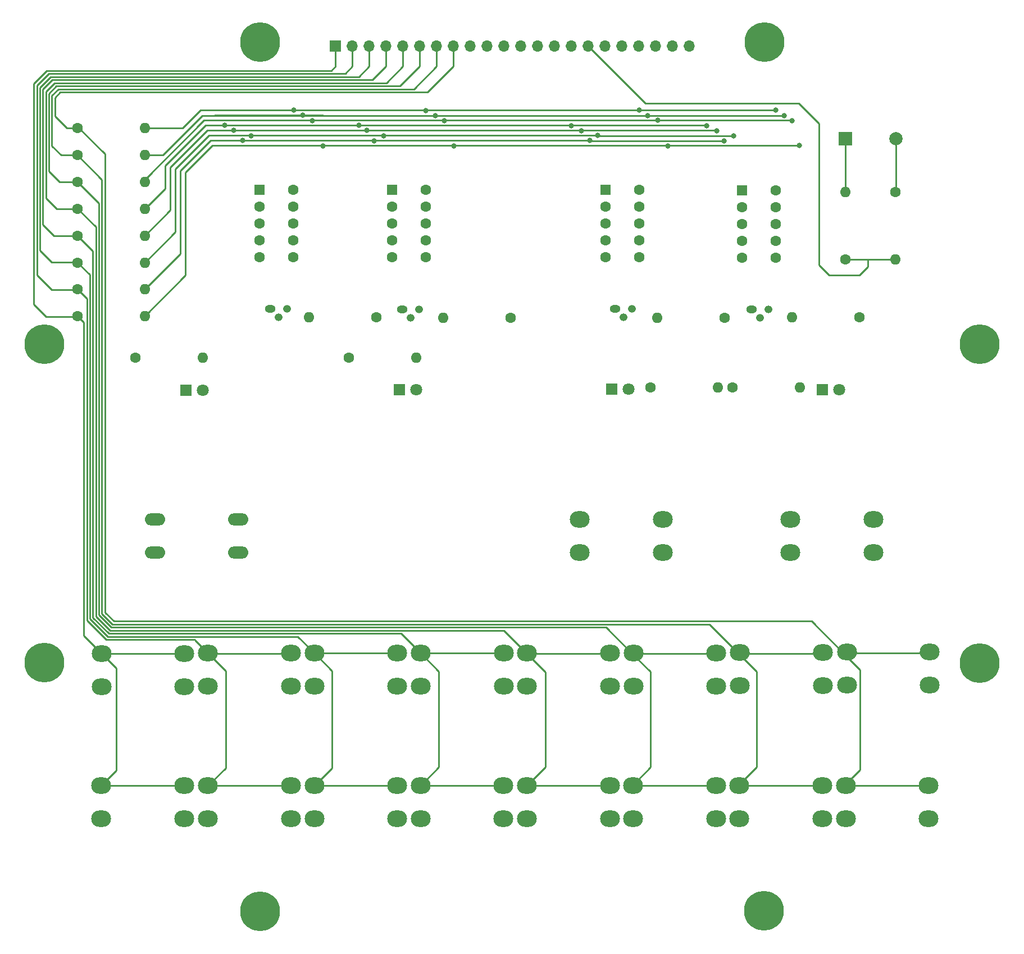
<source format=gtl>
%TF.GenerationSoftware,KiCad,Pcbnew,7.0.6*%
%TF.CreationDate,2024-01-22T18:50:26-05:00*%
%TF.ProjectId,CHESSmate PCB,43484553-536d-4617-9465-205043422e6b,rev?*%
%TF.SameCoordinates,Original*%
%TF.FileFunction,Copper,L1,Top*%
%TF.FilePolarity,Positive*%
%FSLAX46Y46*%
G04 Gerber Fmt 4.6, Leading zero omitted, Abs format (unit mm)*
G04 Created by KiCad (PCBNEW 7.0.6) date 2024-01-22 18:50:26*
%MOMM*%
%LPD*%
G01*
G04 APERTURE LIST*
%TA.AperFunction,ComponentPad*%
%ADD10O,1.600000X1.200000*%
%TD*%
%TA.AperFunction,ComponentPad*%
%ADD11O,1.200000X1.200000*%
%TD*%
%TA.AperFunction,ComponentPad*%
%ADD12R,1.700000X1.700000*%
%TD*%
%TA.AperFunction,ComponentPad*%
%ADD13O,1.700000X1.700000*%
%TD*%
%TA.AperFunction,ComponentPad*%
%ADD14R,2.000000X2.000000*%
%TD*%
%TA.AperFunction,ComponentPad*%
%ADD15C,2.000000*%
%TD*%
%TA.AperFunction,ComponentPad*%
%ADD16O,3.048000X1.850000*%
%TD*%
%TA.AperFunction,ComponentPad*%
%ADD17C,1.600000*%
%TD*%
%TA.AperFunction,ComponentPad*%
%ADD18O,1.600000X1.600000*%
%TD*%
%TA.AperFunction,ComponentPad*%
%ADD19R,1.600000X1.600000*%
%TD*%
%TA.AperFunction,ComponentPad*%
%ADD20O,3.000000X2.500000*%
%TD*%
%TA.AperFunction,ComponentPad*%
%ADD21R,1.800000X1.800000*%
%TD*%
%TA.AperFunction,ComponentPad*%
%ADD22C,1.800000*%
%TD*%
%TA.AperFunction,ViaPad*%
%ADD23C,6.000000*%
%TD*%
%TA.AperFunction,ViaPad*%
%ADD24C,0.800000*%
%TD*%
%TA.AperFunction,Conductor*%
%ADD25C,0.250000*%
%TD*%
G04 APERTURE END LIST*
D10*
%TO.P,2N2222A,1,E*%
%TO.N,GNDREF*%
X99730000Y-69360000D03*
D11*
%TO.P,2N2222A,2,B*%
%TO.N,Net-(Q2-B)*%
X101000000Y-70630000D03*
%TO.P,2N2222A,3,C*%
%TO.N,Net-(Q2-C)*%
X102270000Y-69360000D03*
%TD*%
D10*
%TO.P,2N2222A,1,E*%
%TO.N,GNDREF*%
X152404724Y-69364724D03*
D11*
%TO.P,2N2222A,2,B*%
%TO.N,Net-(Q4-B)*%
X153674724Y-70634724D03*
%TO.P,2N2222A,3,C*%
%TO.N,Net-(Q4-C)*%
X154944724Y-69364724D03*
%TD*%
D10*
%TO.P,2N2222A,1,E*%
%TO.N,GNDREF*%
X131820000Y-69340000D03*
D11*
%TO.P,2N2222A,2,B*%
%TO.N,Net-(Q3-B)*%
X133090000Y-70610000D03*
%TO.P,2N2222A,3,C*%
%TO.N,Net-(Q3-C)*%
X134360000Y-69340000D03*
%TD*%
D10*
%TO.P,2N2222A,1,E*%
%TO.N,GNDREF*%
X79804724Y-69284724D03*
D11*
%TO.P,2N2222A,2,B*%
%TO.N,Net-(Q1-B)*%
X81074724Y-70554724D03*
%TO.P,2N2222A,3,C*%
%TO.N,Net-(Q1-C)*%
X82344724Y-69284724D03*
%TD*%
D12*
%TO.P,J1,1,Pin_1*%
%TO.N,Net-(J1-Pin_1)*%
X89662000Y-29718000D03*
D13*
%TO.P,J1,2,Pin_2*%
%TO.N,Net-(J1-Pin_2)*%
X92202000Y-29718000D03*
%TO.P,J1,3,Pin_3*%
%TO.N,Net-(J1-Pin_3)*%
X94742000Y-29718000D03*
%TO.P,J1,4,Pin_4*%
%TO.N,Net-(J1-Pin_4)*%
X97282000Y-29718000D03*
%TO.P,J1,5,Pin_5*%
%TO.N,Net-(J1-Pin_5)*%
X99822000Y-29718000D03*
%TO.P,J1,6,Pin_6*%
%TO.N,Net-(J1-Pin_6)*%
X102362000Y-29718000D03*
%TO.P,J1,7,Pin_7*%
%TO.N,Net-(J1-Pin_7)*%
X104902000Y-29718000D03*
%TO.P,J1,8,Pin_8*%
%TO.N,Net-(J1-Pin_8)*%
X107442000Y-29718000D03*
%TO.P,J1,9,Pin_9*%
%TO.N,Net-(J1-Pin_9)*%
X109982000Y-29718000D03*
%TO.P,J1,10,Pin_10*%
%TO.N,Net-(J1-Pin_10)*%
X112522000Y-29718000D03*
%TO.P,J1,11,Pin_11*%
%TO.N,Net-(J1-Pin_11)*%
X115062000Y-29718000D03*
%TO.P,J1,12,Pin_12*%
%TO.N,GNDREF*%
X117602000Y-29718000D03*
%TO.P,J1,13,Pin_13*%
%TO.N,Net-(J1-Pin_13)*%
X120142000Y-29718000D03*
%TO.P,J1,14,Pin_14*%
%TO.N,Net-(J1-Pin_14)*%
X122682000Y-29718000D03*
%TO.P,J1,15,Pin_15*%
%TO.N,Net-(D3-K)*%
X125222000Y-29718000D03*
%TO.P,J1,16,Pin_16*%
%TO.N,Net-(J1-Pin_16)*%
X127762000Y-29718000D03*
%TO.P,J1,17,Pin_17*%
%TO.N,Net-(J1-Pin_17)*%
X130302000Y-29718000D03*
%TO.P,J1,18,Pin_18*%
%TO.N,Net-(J1-Pin_18)*%
X132842000Y-29718000D03*
%TO.P,J1,19,Pin_19*%
%TO.N,Net-(J1-Pin_19)*%
X135382000Y-29718000D03*
%TO.P,J1,20,Pin_20*%
%TO.N,Net-(J1-Pin_20)*%
X137922000Y-29718000D03*
%TO.P,J1,21,Pin_21*%
%TO.N,Net-(BZ1--)*%
X140462000Y-29718000D03*
%TO.P,J1,22,Pin_22*%
%TO.N,Net-(BZ1-+)*%
X143002000Y-29718000D03*
%TD*%
D14*
%TO.P,BZ1,1,-*%
%TO.N,Net-(BZ1--)*%
X166510000Y-43670000D03*
D15*
%TO.P,BZ1,2,+*%
%TO.N,Net-(BZ1-+)*%
X174110000Y-43670000D03*
%TD*%
D16*
%TO.P,SW17,1*%
%TO.N,Net-(J1-Pin_11)*%
X62470000Y-101070000D03*
X74970000Y-101070000D03*
%TO.P,SW17,2*%
%TO.N,GNDREF*%
X62470000Y-106070000D03*
X74970000Y-106070000D03*
%TD*%
D17*
%TO.P,75R,1*%
%TO.N,Net-(J1-Pin_13)*%
X59480000Y-76690000D03*
D18*
%TO.P,75R,2*%
%TO.N,Net-(D1-A)*%
X69640000Y-76690000D03*
%TD*%
D17*
%TO.P,10K,1*%
%TO.N,Net-(J1-Pin_17)*%
X95850000Y-70560000D03*
D18*
%TO.P,10K,2*%
%TO.N,Net-(Q1-B)*%
X85690000Y-70560000D03*
%TD*%
D19*
%TO.P,3161AS,1,CA*%
%TO.N,Net-(Q2-C)*%
X98210000Y-51350000D03*
D17*
%TO.P,3161AS,2,F*%
%TO.N,Net-(U1-F)*%
X98210000Y-53890000D03*
%TO.P,3161AS,3,G*%
%TO.N,Net-(U1-G)*%
X98210000Y-56430000D03*
%TO.P,3161AS,4,E*%
%TO.N,Net-(U1-E)*%
X98210000Y-58970000D03*
%TO.P,3161AS,5,D*%
%TO.N,Net-(U1-D)*%
X98210000Y-61510000D03*
%TO.P,3161AS,6,CA*%
%TO.N,Net-(Q2-C)*%
X103290000Y-61510000D03*
%TO.P,3161AS,7,DP*%
%TO.N,Net-(U1-DP)*%
X103290000Y-58970000D03*
%TO.P,3161AS,8,C*%
%TO.N,Net-(U1-C)*%
X103290000Y-56430000D03*
%TO.P,3161AS,9,B*%
%TO.N,Net-(U1-B)*%
X103290000Y-53890000D03*
%TO.P,3161AS,10,A*%
%TO.N,Net-(U1-A)*%
X103290000Y-51350000D03*
%TD*%
D18*
%TO.P,75R,2*%
%TO.N,Net-(J1-Pin_16)*%
X159640000Y-81170000D03*
D17*
%TO.P,75R,1*%
%TO.N,Net-(D3-A)*%
X149480000Y-81170000D03*
%TD*%
%TO.P,470R,1*%
%TO.N,Net-(J1-Pin_2)*%
X50780000Y-66370000D03*
D18*
%TO.P,470R,2*%
%TO.N,Net-(U1-G)*%
X60940000Y-66370000D03*
%TD*%
D20*
%TO.P,SW8,1*%
%TO.N,Net-(J1-Pin_8)*%
X166740000Y-121060000D03*
X179240000Y-121060000D03*
%TO.P,SW8,2*%
%TO.N,GNDREF*%
X166740000Y-126060000D03*
X179240000Y-126060000D03*
%TD*%
D17*
%TO.P,1K,1*%
%TO.N,Net-(BZ1-+)*%
X174060000Y-51720000D03*
D18*
%TO.P,1K,2*%
%TO.N,Net-(J1-Pin_16)*%
X174060000Y-61880000D03*
%TD*%
D21*
%TO.P,D3,1,K*%
%TO.N,Net-(D3-K)*%
X131260000Y-81440000D03*
D22*
%TO.P,D3,2,A*%
%TO.N,Net-(D3-A)*%
X133800000Y-81440000D03*
%TD*%
D17*
%TO.P,470R,1*%
%TO.N,Net-(J1-Pin_8)*%
X50780000Y-42070000D03*
D18*
%TO.P,470R,2*%
%TO.N,Net-(U1-A)*%
X60940000Y-42070000D03*
%TD*%
D17*
%TO.P,470R,1*%
%TO.N,Net-(J1-Pin_3)*%
X50780000Y-62320000D03*
D18*
%TO.P,470R,2*%
%TO.N,Net-(U1-F)*%
X60940000Y-62320000D03*
%TD*%
D17*
%TO.P,470R,1*%
%TO.N,Net-(J1-Pin_1)*%
X50780000Y-70420000D03*
D18*
%TO.P,470R,2*%
%TO.N,Net-(U1-DP)*%
X60940000Y-70420000D03*
%TD*%
D17*
%TO.P,470R,1*%
%TO.N,Net-(J1-Pin_4)*%
X50780000Y-58270000D03*
D18*
%TO.P,470R,2*%
%TO.N,Net-(U1-E)*%
X60940000Y-58270000D03*
%TD*%
D20*
%TO.P,SW3,1*%
%TO.N,Net-(J1-Pin_3)*%
X86480000Y-121240000D03*
X98980000Y-121240000D03*
%TO.P,SW3,2*%
%TO.N,GNDREF*%
X86480000Y-126240000D03*
X98980000Y-126240000D03*
%TD*%
D18*
%TO.P,75R,2*%
%TO.N,Net-(D3-A)*%
X147270000Y-81180000D03*
D17*
%TO.P,75R,1*%
%TO.N,GNDREF*%
X137110000Y-81180000D03*
%TD*%
%TO.P,75R,1*%
%TO.N,Net-(J1-Pin_14)*%
X91630000Y-76670000D03*
D18*
%TO.P,75R,2*%
%TO.N,Net-(D2-A)*%
X101790000Y-76670000D03*
%TD*%
D20*
%TO.P,SW2,1*%
%TO.N,Net-(J1-Pin_2)*%
X70440000Y-121240000D03*
X82940000Y-121240000D03*
%TO.P,SW2,2*%
%TO.N,GNDREF*%
X70440000Y-126240000D03*
X82940000Y-126240000D03*
%TD*%
D21*
%TO.P,D2,1,K*%
%TO.N,GNDREF*%
X99290000Y-81500000D03*
D22*
%TO.P,D2,2,A*%
%TO.N,Net-(D2-A)*%
X101830000Y-81500000D03*
%TD*%
D17*
%TO.P,10K,1*%
%TO.N,Net-(J1-Pin_19)*%
X148310000Y-70630000D03*
D18*
%TO.P,10K,2*%
%TO.N,Net-(Q3-B)*%
X138150000Y-70630000D03*
%TD*%
D20*
%TO.P,SW18,1*%
%TO.N,Net-(J1-Pin_10)*%
X126470000Y-101080000D03*
X138970000Y-101080000D03*
%TO.P,SW18,2*%
%TO.N,GNDREF*%
X126470000Y-106080000D03*
X138970000Y-106080000D03*
%TD*%
%TO.P,SW19,1*%
%TO.N,Net-(J1-Pin_9)*%
X158220000Y-101060000D03*
X170720000Y-101060000D03*
%TO.P,SW19,2*%
%TO.N,GNDREF*%
X158220000Y-106060000D03*
X170720000Y-106060000D03*
%TD*%
D21*
%TO.P,D1,1,K*%
%TO.N,GNDREF*%
X67100000Y-81540000D03*
D22*
%TO.P,D1,2,A*%
%TO.N,Net-(D1-A)*%
X69640000Y-81540000D03*
%TD*%
D17*
%TO.P,10K,1*%
%TO.N,Net-(J1-Pin_18)*%
X116060000Y-70640000D03*
D18*
%TO.P,10K,2*%
%TO.N,Net-(Q2-B)*%
X105900000Y-70640000D03*
%TD*%
D17*
%TO.P,470R,1*%
%TO.N,Net-(J1-Pin_5)*%
X50780000Y-54220000D03*
D18*
%TO.P,470R,2*%
%TO.N,Net-(U1-D)*%
X60940000Y-54220000D03*
%TD*%
D20*
%TO.P,SW6,1*%
%TO.N,Net-(J1-Pin_6)*%
X134550000Y-121200000D03*
X147050000Y-121200000D03*
%TO.P,SW6,2*%
%TO.N,GNDREF*%
X134550000Y-126200000D03*
X147050000Y-126200000D03*
%TD*%
D19*
%TO.P,3161AS,1,CA*%
%TO.N,Net-(Q4-C)*%
X150952500Y-51402500D03*
D17*
%TO.P,3161AS,2,F*%
%TO.N,Net-(U1-F)*%
X150952500Y-53942500D03*
%TO.P,3161AS,3,G*%
%TO.N,Net-(U1-G)*%
X150952500Y-56482500D03*
%TO.P,3161AS,4,E*%
%TO.N,Net-(U1-E)*%
X150952500Y-59022500D03*
%TO.P,3161AS,5,D*%
%TO.N,Net-(U1-D)*%
X150952500Y-61562500D03*
%TO.P,3161AS,6,CA*%
%TO.N,Net-(Q4-C)*%
X156032500Y-61562500D03*
%TO.P,3161AS,7,DP*%
%TO.N,Net-(U1-DP)*%
X156032500Y-59022500D03*
%TO.P,3161AS,8,C*%
%TO.N,Net-(U1-C)*%
X156032500Y-56482500D03*
%TO.P,3161AS,9,B*%
%TO.N,Net-(U1-B)*%
X156032500Y-53942500D03*
%TO.P,3161AS,10,A*%
%TO.N,Net-(U1-A)*%
X156032500Y-51402500D03*
%TD*%
%TO.P,470R,1*%
%TO.N,Net-(J1-Pin_6)*%
X50780000Y-50170000D03*
D18*
%TO.P,470R,2*%
%TO.N,Net-(U1-C)*%
X60940000Y-50170000D03*
%TD*%
D20*
%TO.P,SW9,1*%
%TO.N,Net-(J1-Pin_1)*%
X54340000Y-141190000D03*
X66840000Y-141190000D03*
%TO.P,SW9,2*%
%TO.N,GNDREF*%
X54340000Y-146190000D03*
X66840000Y-146190000D03*
%TD*%
%TO.P,SW12,1*%
%TO.N,Net-(J1-Pin_4)*%
X102470000Y-141170000D03*
X114970000Y-141170000D03*
%TO.P,SW12,2*%
%TO.N,GNDREF*%
X102470000Y-146170000D03*
X114970000Y-146170000D03*
%TD*%
D21*
%TO.P,D4,1,K*%
%TO.N,Net-(D3-A)*%
X163040000Y-81520000D03*
D22*
%TO.P,D4,2,A*%
%TO.N,Net-(D3-K)*%
X165580000Y-81520000D03*
%TD*%
D17*
%TO.P,470R,1*%
%TO.N,Net-(J1-Pin_7)*%
X50780000Y-46120000D03*
D18*
%TO.P,470R,2*%
%TO.N,Net-(U1-B)*%
X60940000Y-46120000D03*
%TD*%
D20*
%TO.P,SW13,1*%
%TO.N,Net-(J1-Pin_5)*%
X118510000Y-141180000D03*
X131010000Y-141180000D03*
%TO.P,SW13,2*%
%TO.N,GNDREF*%
X118510000Y-146180000D03*
X131010000Y-146180000D03*
%TD*%
%TO.P,SW14,1*%
%TO.N,Net-(J1-Pin_6)*%
X134520000Y-141180000D03*
X147020000Y-141180000D03*
%TO.P,SW14,2*%
%TO.N,GNDREF*%
X134520000Y-146180000D03*
X147020000Y-146180000D03*
%TD*%
%TO.P,SW16,1*%
%TO.N,Net-(J1-Pin_8)*%
X166560000Y-141190000D03*
X179060000Y-141190000D03*
%TO.P,SW16,2*%
%TO.N,GNDREF*%
X166560000Y-146190000D03*
X179060000Y-146190000D03*
%TD*%
D17*
%TO.P,10K,1*%
%TO.N,Net-(J1-Pin_20)*%
X168656000Y-70612000D03*
D18*
%TO.P,10K,2*%
%TO.N,Net-(Q4-B)*%
X158496000Y-70612000D03*
%TD*%
D20*
%TO.P,SW4,2*%
%TO.N,GNDREF*%
X115000000Y-126220000D03*
X102500000Y-126220000D03*
%TO.P,SW4,1*%
%TO.N,Net-(J1-Pin_4)*%
X115000000Y-121220000D03*
X102500000Y-121220000D03*
%TD*%
%TO.P,SW1,2*%
%TO.N,GNDREF*%
X66880000Y-126270000D03*
X54380000Y-126270000D03*
%TO.P,SW1,1*%
%TO.N,Net-(J1-Pin_1)*%
X66880000Y-121270000D03*
X54380000Y-121270000D03*
%TD*%
%TO.P,SW5,1*%
%TO.N,Net-(J1-Pin_5)*%
X118510000Y-121220000D03*
X131010000Y-121220000D03*
%TO.P,SW5,2*%
%TO.N,GNDREF*%
X118510000Y-126220000D03*
X131010000Y-126220000D03*
%TD*%
D17*
%TO.P,1K,1*%
%TO.N,Net-(J1-Pin_16)*%
X166470000Y-61860000D03*
D18*
%TO.P,1K,2*%
%TO.N,Net-(BZ1--)*%
X166470000Y-51700000D03*
%TD*%
D19*
%TO.P,3161AS,1,CA*%
%TO.N,Net-(Q1-C)*%
X78220000Y-51340000D03*
D17*
%TO.P,3161AS,2,F*%
%TO.N,Net-(U1-F)*%
X78220000Y-53880000D03*
%TO.P,3161AS,3,G*%
%TO.N,Net-(U1-G)*%
X78220000Y-56420000D03*
%TO.P,3161AS,4,E*%
%TO.N,Net-(U1-E)*%
X78220000Y-58960000D03*
%TO.P,3161AS,5,D*%
%TO.N,Net-(U1-D)*%
X78220000Y-61500000D03*
%TO.P,3161AS,6,CA*%
%TO.N,Net-(Q1-C)*%
X83300000Y-61500000D03*
%TO.P,3161AS,7,DP*%
%TO.N,Net-(U1-DP)*%
X83300000Y-58960000D03*
%TO.P,3161AS,8,C*%
%TO.N,Net-(U1-C)*%
X83300000Y-56420000D03*
%TO.P,3161AS,9,B*%
%TO.N,Net-(U1-B)*%
X83300000Y-53880000D03*
%TO.P,3161AS,10,A*%
%TO.N,Net-(U1-A)*%
X83300000Y-51340000D03*
%TD*%
D20*
%TO.P,SW11,1*%
%TO.N,Net-(J1-Pin_3)*%
X86470000Y-141210000D03*
X98970000Y-141210000D03*
%TO.P,SW11,2*%
%TO.N,GNDREF*%
X86470000Y-146210000D03*
X98970000Y-146210000D03*
%TD*%
D19*
%TO.P,3161AS,1,CA*%
%TO.N,Net-(Q3-C)*%
X130370000Y-51340000D03*
D17*
%TO.P,3161AS,2,F*%
%TO.N,Net-(U1-F)*%
X130370000Y-53880000D03*
%TO.P,3161AS,3,G*%
%TO.N,Net-(U1-G)*%
X130370000Y-56420000D03*
%TO.P,3161AS,4,E*%
%TO.N,Net-(U1-E)*%
X130370000Y-58960000D03*
%TO.P,3161AS,5,D*%
%TO.N,Net-(U1-D)*%
X130370000Y-61500000D03*
%TO.P,3161AS,6,CA*%
%TO.N,Net-(Q3-C)*%
X135450000Y-61500000D03*
%TO.P,3161AS,7,DP*%
%TO.N,Net-(U1-DP)*%
X135450000Y-58960000D03*
%TO.P,3161AS,8,C*%
%TO.N,Net-(U1-C)*%
X135450000Y-56420000D03*
%TO.P,3161AS,9,B*%
%TO.N,Net-(U1-B)*%
X135450000Y-53880000D03*
%TO.P,3161AS,10,A*%
%TO.N,Net-(U1-A)*%
X135450000Y-51340000D03*
%TD*%
D20*
%TO.P,SW7,1*%
%TO.N,Net-(J1-Pin_7)*%
X150620000Y-121150000D03*
X163120000Y-121150000D03*
%TO.P,SW7,2*%
%TO.N,GNDREF*%
X150620000Y-126150000D03*
X163120000Y-126150000D03*
%TD*%
%TO.P,SW15,1*%
%TO.N,Net-(J1-Pin_7)*%
X150520000Y-141180000D03*
X163020000Y-141180000D03*
%TO.P,SW15,2*%
%TO.N,GNDREF*%
X150520000Y-146180000D03*
X163020000Y-146180000D03*
%TD*%
%TO.P,SW10,1*%
%TO.N,Net-(J1-Pin_2)*%
X70430000Y-141200000D03*
X82930000Y-141200000D03*
%TO.P,SW10,2*%
%TO.N,GNDREF*%
X70430000Y-146200000D03*
X82930000Y-146200000D03*
%TD*%
D23*
%TO.N,*%
X186770000Y-74630000D03*
X45760000Y-122630000D03*
X78310000Y-29130000D03*
X186720000Y-122690000D03*
X154280000Y-29110000D03*
X154260000Y-160100000D03*
X78300000Y-160160000D03*
X45790000Y-74630000D03*
D24*
%TO.N,Net-(U1-A)*%
X135450000Y-39370000D03*
X156020000Y-39370000D03*
X83330000Y-39360000D03*
X103300000Y-39390000D03*
%TO.N,Net-(U1-B)*%
X157260000Y-40160000D03*
X136730000Y-40140000D03*
X104660000Y-40150000D03*
X84720000Y-40130000D03*
%TO.N,Net-(U1-C)*%
X158450000Y-40910000D03*
X138210000Y-40890000D03*
X106020000Y-40920000D03*
X86170000Y-40900000D03*
%TO.N,Net-(U1-D)*%
X145630000Y-41690000D03*
X93170000Y-41660000D03*
X125220000Y-41670000D03*
X72910000Y-41630000D03*
%TO.N,Net-(U1-E)*%
X126700000Y-42450000D03*
X94370000Y-42410000D03*
X147140000Y-42450000D03*
X74300000Y-42420000D03*
%TO.N,Net-(U1-F)*%
X129130000Y-43180000D03*
X96940000Y-43200000D03*
X149650000Y-43200000D03*
X76970000Y-43190000D03*
%TO.N,Net-(U1-G)*%
X148250000Y-43970000D03*
X95490000Y-43960000D03*
X127960000Y-43940000D03*
X75670000Y-43940000D03*
%TO.N,Net-(U1-DP)*%
X107470000Y-44710000D03*
X159600000Y-44690000D03*
X139730000Y-44720000D03*
X87760000Y-44730000D03*
%TD*%
D25*
%TO.N,Net-(J1-Pin_16)*%
X159512000Y-38354000D02*
X136398000Y-38354000D01*
X162560000Y-41402000D02*
X159512000Y-38354000D01*
X162560000Y-62738000D02*
X162560000Y-41402000D01*
X136398000Y-38354000D02*
X127762000Y-29718000D01*
X168656000Y-64262000D02*
X164084000Y-64262000D01*
X164084000Y-64262000D02*
X162560000Y-62738000D01*
X169926000Y-61880000D02*
X169926000Y-62992000D01*
X169926000Y-62992000D02*
X168656000Y-64262000D01*
%TO.N,Net-(J1-Pin_8)*%
X107442000Y-32758000D02*
X107442000Y-29718000D01*
%TO.N,Net-(J1-Pin_7)*%
X104902000Y-32758000D02*
X104902000Y-29718000D01*
%TO.N,Net-(J1-Pin_6)*%
X102362000Y-32758000D02*
X102362000Y-29718000D01*
%TO.N,Net-(J1-Pin_5)*%
X99822000Y-32758000D02*
X99822000Y-29718000D01*
%TO.N,Net-(J1-Pin_4)*%
X97282000Y-32758000D02*
X97282000Y-29718000D01*
%TO.N,Net-(J1-Pin_3)*%
X94742000Y-32758000D02*
X94742000Y-29718000D01*
%TO.N,Net-(J1-Pin_2)*%
X92202000Y-32758000D02*
X92202000Y-29718000D01*
%TO.N,Net-(J1-Pin_1)*%
X89662000Y-32758000D02*
X89662000Y-29718000D01*
X44158000Y-35344000D02*
X46122000Y-33380000D01*
X46122000Y-33380000D02*
X89040000Y-33380000D01*
X44158000Y-68630000D02*
X44158000Y-35344000D01*
X45988000Y-70460000D02*
X44158000Y-68630000D01*
X50740000Y-70460000D02*
X45988000Y-70460000D01*
X89040000Y-33380000D02*
X89662000Y-32758000D01*
X50780000Y-70420000D02*
X50740000Y-70460000D01*
%TO.N,Net-(J1-Pin_8)*%
X103540000Y-36660000D02*
X107442000Y-32758000D01*
X48182000Y-36660000D02*
X103540000Y-36660000D01*
X47356198Y-37485802D02*
X48182000Y-36660000D01*
X47356198Y-40258198D02*
X47356198Y-37485802D01*
X50770000Y-42060000D02*
X49158000Y-42060000D01*
X49158000Y-42060000D02*
X47356198Y-40258198D01*
X50780000Y-42070000D02*
X50770000Y-42060000D01*
%TO.N,Net-(J1-Pin_7)*%
X46906198Y-37167802D02*
X47864000Y-36210000D01*
X47864000Y-36210000D02*
X101450000Y-36210000D01*
X46906198Y-44758198D02*
X46906198Y-37167802D01*
X50770000Y-46130000D02*
X48278000Y-46130000D01*
X48278000Y-46130000D02*
X46906198Y-44758198D01*
X50780000Y-46120000D02*
X50770000Y-46130000D01*
X101450000Y-36210000D02*
X104902000Y-32758000D01*
%TO.N,Net-(J1-Pin_6)*%
X99400000Y-35720000D02*
X102362000Y-32758000D01*
X47592000Y-35720000D02*
X99400000Y-35720000D01*
X46456198Y-36855802D02*
X47592000Y-35720000D01*
X46456198Y-48568198D02*
X46456198Y-36855802D01*
X48058000Y-50170000D02*
X46456198Y-48568198D01*
X50780000Y-50170000D02*
X48058000Y-50170000D01*
%TO.N,Net-(J1-Pin_5)*%
X47280000Y-35270000D02*
X97310000Y-35270000D01*
X46006198Y-36543802D02*
X47280000Y-35270000D01*
X46006198Y-52638198D02*
X46006198Y-36543802D01*
X97310000Y-35270000D02*
X99822000Y-32758000D01*
X47608000Y-54240000D02*
X46006198Y-52638198D01*
X50760000Y-54240000D02*
X47608000Y-54240000D01*
X50780000Y-54220000D02*
X50760000Y-54240000D01*
%TO.N,Net-(J1-Pin_4)*%
X95240000Y-34800000D02*
X97282000Y-32758000D01*
X45548000Y-36240000D02*
X46988000Y-34800000D01*
X45548000Y-56630000D02*
X45548000Y-36240000D01*
X47178000Y-58260000D02*
X45548000Y-56630000D01*
X50770000Y-58260000D02*
X47178000Y-58260000D01*
X50780000Y-58270000D02*
X50770000Y-58260000D01*
X46988000Y-34800000D02*
X95240000Y-34800000D01*
%TO.N,Net-(J1-Pin_3)*%
X45098000Y-35928000D02*
X46686000Y-34340000D01*
X93160000Y-34340000D02*
X94742000Y-32758000D01*
X45098000Y-60500000D02*
X45098000Y-35928000D01*
X50770000Y-62310000D02*
X46908000Y-62310000D01*
X46908000Y-62310000D02*
X45098000Y-60500000D01*
X50780000Y-62320000D02*
X50770000Y-62310000D01*
X46686000Y-34340000D02*
X93160000Y-34340000D01*
%TO.N,Net-(J1-Pin_2)*%
X91130000Y-33830000D02*
X92202000Y-32758000D01*
X46434000Y-33830000D02*
X91130000Y-33830000D01*
X44648000Y-64210000D02*
X44648000Y-35616000D01*
X46838000Y-66400000D02*
X44648000Y-64210000D01*
X44648000Y-35616000D02*
X46434000Y-33830000D01*
X50750000Y-66400000D02*
X46838000Y-66400000D01*
X50780000Y-66370000D02*
X50750000Y-66400000D01*
%TO.N,Net-(J1-Pin_16)*%
X169926000Y-61880000D02*
X170180000Y-61880000D01*
X166490000Y-61880000D02*
X169926000Y-61880000D01*
X170180000Y-61880000D02*
X174060000Y-61880000D01*
%TO.N,Net-(U1-A)*%
X83340000Y-39370000D02*
X103280000Y-39370000D01*
X103300000Y-39390000D02*
X103320000Y-39370000D01*
X60940000Y-42070000D02*
X66642000Y-42070000D01*
X103280000Y-39370000D02*
X103300000Y-39390000D01*
X103320000Y-39370000D02*
X156020000Y-39370000D01*
X66642000Y-42070000D02*
X69342000Y-39370000D01*
X83330000Y-39360000D02*
X83340000Y-39370000D01*
X83320000Y-39370000D02*
X83330000Y-39360000D01*
X69342000Y-39370000D02*
X83320000Y-39370000D01*
%TO.N,Net-(U1-B)*%
X84705848Y-40115848D02*
X71452010Y-40115848D01*
X63608000Y-46120000D02*
X69568000Y-40160000D01*
X87766010Y-40115848D02*
X84734152Y-40115848D01*
X104650000Y-40160000D02*
X104660000Y-40150000D01*
X87778010Y-40115848D02*
X87772010Y-40121848D01*
X84720000Y-40130000D02*
X84705848Y-40115848D01*
X104660000Y-40150000D02*
X104670000Y-40160000D01*
X69568000Y-40160000D02*
X104650000Y-40160000D01*
X60940000Y-46120000D02*
X63608000Y-46120000D01*
X87772010Y-40121848D02*
X87766010Y-40115848D01*
X104670000Y-40160000D02*
X157260000Y-40160000D01*
X84734152Y-40115848D02*
X84720000Y-40130000D01*
%TO.N,Net-(U1-C)*%
X60940000Y-49804000D02*
X60940000Y-50170000D01*
X138206000Y-40894000D02*
X86176000Y-40894000D01*
X138214000Y-40894000D02*
X158434000Y-40894000D01*
X158434000Y-40894000D02*
X158450000Y-40910000D01*
X138210000Y-40890000D02*
X138206000Y-40894000D01*
X86164000Y-40894000D02*
X86170000Y-40900000D01*
X69850000Y-40894000D02*
X60940000Y-49804000D01*
X69850000Y-40894000D02*
X86164000Y-40894000D01*
X138210000Y-40890000D02*
X138214000Y-40894000D01*
%TO.N,Net-(U1-D)*%
X64008000Y-47752000D02*
X70104000Y-41656000D01*
X145600000Y-41660000D02*
X145630000Y-41690000D01*
X93170000Y-41660000D02*
X145600000Y-41660000D01*
X70104000Y-41656000D02*
X93166000Y-41656000D01*
X93166000Y-41656000D02*
X93170000Y-41660000D01*
X60940000Y-54220000D02*
X64008000Y-51152000D01*
X64008000Y-51152000D02*
X64008000Y-47752000D01*
%TO.N,Net-(U1-E)*%
X94362000Y-42418000D02*
X94370000Y-42410000D01*
X74298000Y-42418000D02*
X74300000Y-42420000D01*
X74300000Y-42420000D02*
X74302000Y-42418000D01*
X74302000Y-42418000D02*
X94362000Y-42418000D01*
X94378000Y-42418000D02*
X147108000Y-42418000D01*
X64770000Y-48006000D02*
X70358000Y-42418000D01*
X60940000Y-58270000D02*
X64770000Y-54440000D01*
X147108000Y-42418000D02*
X147140000Y-42450000D01*
X64770000Y-54440000D02*
X64770000Y-48006000D01*
X94370000Y-42410000D02*
X94378000Y-42418000D01*
X70358000Y-42418000D02*
X74298000Y-42418000D01*
%TO.N,Net-(U1-F)*%
X65532000Y-48260000D02*
X70612000Y-43180000D01*
X70612000Y-43180000D02*
X76960000Y-43180000D01*
X65532000Y-57728000D02*
X65532000Y-48260000D01*
X129150000Y-43200000D02*
X149650000Y-43200000D01*
X60940000Y-62320000D02*
X65532000Y-57728000D01*
X76970000Y-43190000D02*
X76980000Y-43180000D01*
X76960000Y-43180000D02*
X76970000Y-43190000D01*
X76980000Y-43180000D02*
X129130000Y-43180000D01*
X129130000Y-43180000D02*
X129150000Y-43200000D01*
%TO.N,Net-(U1-G)*%
X75668000Y-43942000D02*
X75670000Y-43940000D01*
X66294000Y-48514000D02*
X70866000Y-43942000D01*
X127960000Y-43940000D02*
X127990000Y-43970000D01*
X60940000Y-66370000D02*
X66294000Y-61016000D01*
X75670000Y-43940000D02*
X75672000Y-43942000D01*
X70866000Y-43942000D02*
X75668000Y-43942000D01*
X127990000Y-43970000D02*
X148250000Y-43970000D01*
X75672000Y-43942000D02*
X127958000Y-43942000D01*
X66294000Y-61016000D02*
X66294000Y-48514000D01*
X127958000Y-43942000D02*
X127960000Y-43940000D01*
%TO.N,Net-(U1-DP)*%
X67056000Y-64262000D02*
X67056000Y-48768000D01*
X60940000Y-70420000D02*
X60940000Y-70378000D01*
X107464000Y-44704000D02*
X107470000Y-44710000D01*
X60940000Y-70378000D02*
X67056000Y-64262000D01*
X107470000Y-44710000D02*
X107476000Y-44704000D01*
X71120000Y-44704000D02*
X107464000Y-44704000D01*
X67056000Y-48768000D02*
X71120000Y-44704000D01*
X159586000Y-44704000D02*
X159600000Y-44690000D01*
X107476000Y-44704000D02*
X159586000Y-44704000D01*
%TO.N,Net-(J1-Pin_16)*%
X166470000Y-61860000D02*
X166490000Y-61880000D01*
%TO.N,Net-(BZ1--)*%
X166470000Y-43710000D02*
X166470000Y-51700000D01*
X166510000Y-43670000D02*
X166470000Y-43710000D01*
%TO.N,Net-(BZ1-+)*%
X174110000Y-51670000D02*
X174060000Y-51720000D01*
X174110000Y-43670000D02*
X174110000Y-51670000D01*
%TO.N,Net-(J1-Pin_1)*%
X50730000Y-70470000D02*
X50780000Y-70420000D01*
X54340000Y-141190000D02*
X66840000Y-141190000D01*
X51720000Y-71360000D02*
X51720000Y-118610000D01*
X56630000Y-138900000D02*
X54340000Y-141190000D01*
X51720000Y-118610000D02*
X54380000Y-121270000D01*
X54380000Y-121270000D02*
X66880000Y-121270000D01*
X54380000Y-121270000D02*
X56630000Y-123520000D01*
X56630000Y-123520000D02*
X56630000Y-138900000D01*
X50780000Y-70420000D02*
X51720000Y-71360000D01*
%TO.N,Net-(J1-Pin_2)*%
X68440000Y-119180000D02*
X68440000Y-119230000D01*
X70470000Y-121250000D02*
X70470000Y-121260000D01*
X55090000Y-119180000D02*
X68440000Y-119180000D01*
X52180000Y-67770000D02*
X52180000Y-116270000D01*
X52180000Y-116270000D02*
X55090000Y-119180000D01*
X70470000Y-121260000D02*
X82970000Y-121260000D01*
X50780000Y-66370000D02*
X52180000Y-67770000D01*
X68440000Y-119230000D02*
X70470000Y-121260000D01*
X50740000Y-66410000D02*
X50780000Y-66370000D01*
X73090000Y-123880000D02*
X73090000Y-138540000D01*
X70470000Y-121260000D02*
X73090000Y-123880000D01*
X70430000Y-141200000D02*
X82930000Y-141200000D01*
X73090000Y-138540000D02*
X70430000Y-141200000D01*
%TO.N,Net-(J1-Pin_3)*%
X86480000Y-121240000D02*
X98980000Y-121240000D01*
X52640000Y-116050000D02*
X55320000Y-118730000D01*
X52640000Y-64180000D02*
X52640000Y-116050000D01*
X50780000Y-62320000D02*
X52640000Y-64180000D01*
X86470000Y-141210000D02*
X98970000Y-141210000D01*
X55320000Y-118730000D02*
X83970000Y-118730000D01*
X89150000Y-123910000D02*
X89150000Y-138530000D01*
X89150000Y-138530000D02*
X86470000Y-141210000D01*
X86480000Y-121240000D02*
X89150000Y-123910000D01*
X83970000Y-118730000D02*
X86480000Y-121240000D01*
%TO.N,Net-(J1-Pin_4)*%
X105220000Y-138420000D02*
X102470000Y-141170000D01*
X50780000Y-58270000D02*
X53090000Y-60580000D01*
X102470000Y-141170000D02*
X114970000Y-141170000D01*
X105220000Y-123990000D02*
X105220000Y-138420000D01*
X99510000Y-118280000D02*
X102470000Y-121240000D01*
X53090000Y-115860000D02*
X55510000Y-118280000D01*
X53090000Y-60580000D02*
X53090000Y-115860000D01*
X102470000Y-121240000D02*
X105220000Y-123990000D01*
X55510000Y-118280000D02*
X99510000Y-118280000D01*
X102470000Y-121240000D02*
X114970000Y-121240000D01*
%TO.N,Net-(J1-Pin_5)*%
X53540000Y-115670000D02*
X55660000Y-117790000D01*
X121290000Y-124080000D02*
X121290000Y-138400000D01*
X53540000Y-56980000D02*
X53540000Y-115670000D01*
X118510000Y-141180000D02*
X131010000Y-141180000D01*
X121290000Y-138400000D02*
X118510000Y-141180000D01*
X50780000Y-54220000D02*
X53540000Y-56980000D01*
X50750000Y-54250000D02*
X50780000Y-54220000D01*
X55660000Y-117790000D02*
X115000000Y-117790000D01*
X118460000Y-121250000D02*
X121290000Y-124080000D01*
X115000000Y-117790000D02*
X118460000Y-121250000D01*
X118460000Y-121250000D02*
X130960000Y-121250000D01*
%TO.N,Net-(J1-Pin_6)*%
X137150000Y-124040000D02*
X137150000Y-138410000D01*
X134380000Y-141180000D02*
X146880000Y-141180000D01*
X134370000Y-121260000D02*
X137150000Y-124040000D01*
X137150000Y-138410000D02*
X134380000Y-141180000D01*
X53990000Y-53380000D02*
X53990000Y-115480000D01*
X55840000Y-117330000D02*
X130440000Y-117330000D01*
X53990000Y-115480000D02*
X55840000Y-117330000D01*
X50780000Y-50170000D02*
X53990000Y-53380000D01*
X130440000Y-117330000D02*
X134370000Y-121260000D01*
X134370000Y-121260000D02*
X146870000Y-121260000D01*
%TO.N,Net-(J1-Pin_7)*%
X150380000Y-121260000D02*
X153120000Y-124000000D01*
X54450000Y-115270000D02*
X56050000Y-116870000D01*
X54450000Y-49790000D02*
X54450000Y-115270000D01*
X145990000Y-116870000D02*
X150380000Y-121260000D01*
X153120000Y-138430000D02*
X150360000Y-141190000D01*
X153120000Y-124000000D02*
X153120000Y-138430000D01*
X150360000Y-141190000D02*
X162860000Y-141190000D01*
X150380000Y-121260000D02*
X162880000Y-121260000D01*
X56050000Y-116870000D02*
X145990000Y-116870000D01*
X50780000Y-46120000D02*
X54450000Y-49790000D01*
%TO.N,Net-(J1-Pin_8)*%
X166380000Y-141190000D02*
X178880000Y-141190000D01*
X168740000Y-123770000D02*
X168740000Y-138830000D01*
X161390000Y-116420000D02*
X166200000Y-121230000D01*
X50780000Y-42070000D02*
X50780000Y-41840000D01*
X54910000Y-115090000D02*
X56240000Y-116420000D01*
X50780000Y-41840000D02*
X54910000Y-45970000D01*
X166200000Y-121230000D02*
X168740000Y-123770000D01*
X56240000Y-116420000D02*
X161390000Y-116420000D01*
X166200000Y-121230000D02*
X178700000Y-121230000D01*
X168740000Y-138830000D02*
X166380000Y-141190000D01*
X54910000Y-45970000D02*
X54910000Y-115090000D01*
%TD*%
M02*

</source>
